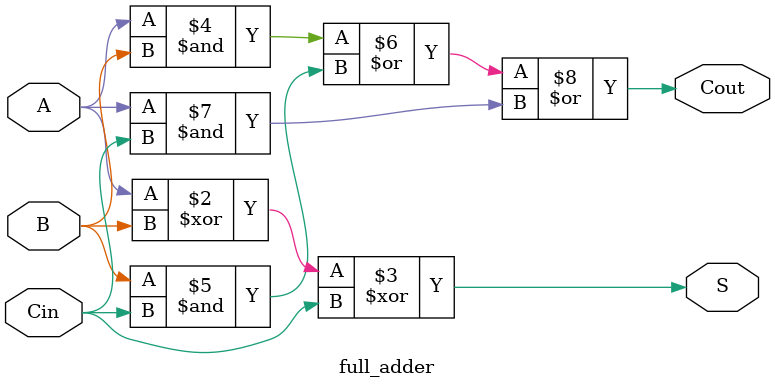
<source format=sv>
module lab5_toplevel (
	input logic [7:0] S,
	input logic Clk, Reset, Run, ClearA_LoadB, 
	output logic [6:0] AhexU, AhexL, BhexU, BhexL,
	output logic [7:0] Aval, Bval,
	output logic X
);
	logic [7:0] A, B, A2, B2;
	logic Clr_Ld, Shift, Add, Sub, Clr_A, Xnew; ////
	assign Aval = A;
	assign Bval = B;

	
	shift_reg reg1 (
		.X(Xnew), .Reset(~Reset), .Clk(Clk),
		.A(A2), .B(B2), .S(S),
		.Clr_Ld(Clr_Ld), .Shift(Shift), .Add(Add), .Sub(Sub), .Clr_A(Clr_A),
		.X2(X),
		.A2(A), .B2(B)
	);

	ADD8 add(.A(A), .S(S), .Add(Add), .Sub(Sub), .A2(A2), .X(Xnew));
	assign B2=B; ////

	control control_unit (
		.Clk(Clk), .Reset(~Reset), .Run(~Run), .ClearA_LoadB(~ClearA_LoadB),
		.A(A), .B(B), .S(S),
		.Clr_Ld(Clr_Ld), .Shift(Shift),	.Add(Add), .Sub(Sub), .Clr_A(Clr_A) 
	);


		
	HexDriver        HexAL (
					.In0(A[3:0]),
					.Out0(AhexL) );
	HexDriver        HexBL (
					.In0(B[3:0]),
					.Out0(BhexL) );
	HexDriver        HexAU (
					.In0(A[7:4]),
					.Out0(AhexU) );	
	HexDriver        HexBU (
					.In0(B[7:4]),
					.Out0(BhexU) );

endmodule


module ADD8 (
	input logic [7:0] A, S,
	input logic Add, Sub,
	output logic [7:0] A2,
	output logic X
);
	logic [8:0] C;
	logic [7:0] temp, temp2;
	assign C[0] = Sub;
	assign temp2 = (S ^ {8{Sub}});
	assign temp = (temp2 & {8{Add}}); ////
	
	full_adder fa0(.A(A[0]), .B(temp[0]), .Cin(C[0]), .S(A2[0]), .Cout(C[1]));
	full_adder fa1(.A(A[1]), .B(temp[1]), .Cin(C[1]), .S(A2[1]), .Cout(C[2]));
	full_adder fa2(.A(A[2]), .B(temp[2]), .Cin(C[2]), .S(A2[2]), .Cout(C[3]));
	full_adder fa3(.A(A[3]), .B(temp[3]), .Cin(C[3]), .S(A2[3]), .Cout(C[4]));
	full_adder fa4(.A(A[4]), .B(temp[4]), .Cin(C[4]), .S(A2[4]), .Cout(C[5]));
	full_adder fa5(.A(A[5]), .B(temp[5]), .Cin(C[5]), .S(A2[5]), .Cout(C[6]));
	full_adder fa6(.A(A[6]), .B(temp[6]), .Cin(C[6]), .S(A2[6]), .Cout(C[7]));
	full_adder fa7(.A(A[7]), .B(temp[7]), .Cin(C[7]), .S(A2[7]), .Cout(C[8]));
	full_adder fa8(.A(A[7]), .B(temp[7]), .Cin(C[8]), .S(X), .Cout()); ////

	//assign X = A2[7];
endmodule

module full_adder (input A, B, Cin, output logic S, Cout);
	always_comb
	begin
		S=A^B^Cin;
		Cout=(A&B)|(B&Cin)|(A&Cin);
	end
endmodule


</source>
